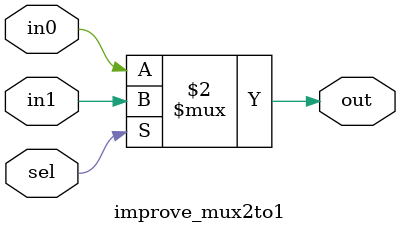
<source format=v>

module improve(
    input wire s1,
    input wire s2,
    input wire a,
    input wire b,
    input wire c,
    input wire d,
    output wire y
);
    wire x0, x1, x2;
    improve_mux2to1 mux0 (.in0(c), .in1(d), .sel(s2), .out(x0));
    improve_mux2to1 mux1 (.in0(s1), .in1(x0), .sel(s2), .out(x1));
    improve_mux2to1 mux2 (.in0(a), .in1(b), .sel(x1), .out(y));
endmodule

// 2-to-1 Multiplexer Module
module improve_mux2to1(
    input wire in0,
    input wire in1,
    input wire sel,
    output reg out
);
    always @(*) begin
        out = sel ? in1 : in0; // Use ternary operator for clarity
    end
endmodule

</source>
